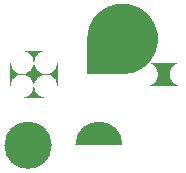
<source format=gbr>
G04 Test: Regions with circular segments*
G04 Tests region statements with arcs*
%FSLAX26Y26*%
%MOMM*%
%LPD*%
G75*
G04 Circle region (full arc)*
G36*
X4000000Y2000000D02*
G03*
X4000000Y2000000I-2000000J0D01*
G37*
G04 Semicircle region*
G36*
X6000000Y2000000D02*
G01*
X10000000Y2000000D01*
G03*
X6000000Y2000000I-2000000J0D01*
G37*
G04 Rounded rectangle region*
G36*
X1500000Y6000000D02*
G01*
X3500000Y6000000D01*
G02*
X4500000Y7000000I0J1000000D01*
G01*
X4500000Y9000000D01*
G02*
X3500000Y10000000I-1000000J0D01*
G01*
X1500000Y10000000D01*
G02*
X500000Y9000000I0J-1000000D01*
G01*
X500000Y7000000D01*
G02*
X1500000Y6000000I1000000J0D01*
G37*
G04 Quarter circle (pie slice)*
G36*
X7000000Y8000000D02*
G01*
X10000000Y8000000D01*
G03*
X7000000Y11000000I0J3000000D01*
G01*
X7000000Y8000000D01*
G37*
G04 Stadium shape*
G36*
X12000000Y7000000D02*
G03*
X12000000Y9000000I0J1000000D01*
G01*
X15000000Y9000000D01*
G03*
X15000000Y7000000I0J-1000000D01*
G01*
X12000000Y7000000D01*
G37*
M02*

</source>
